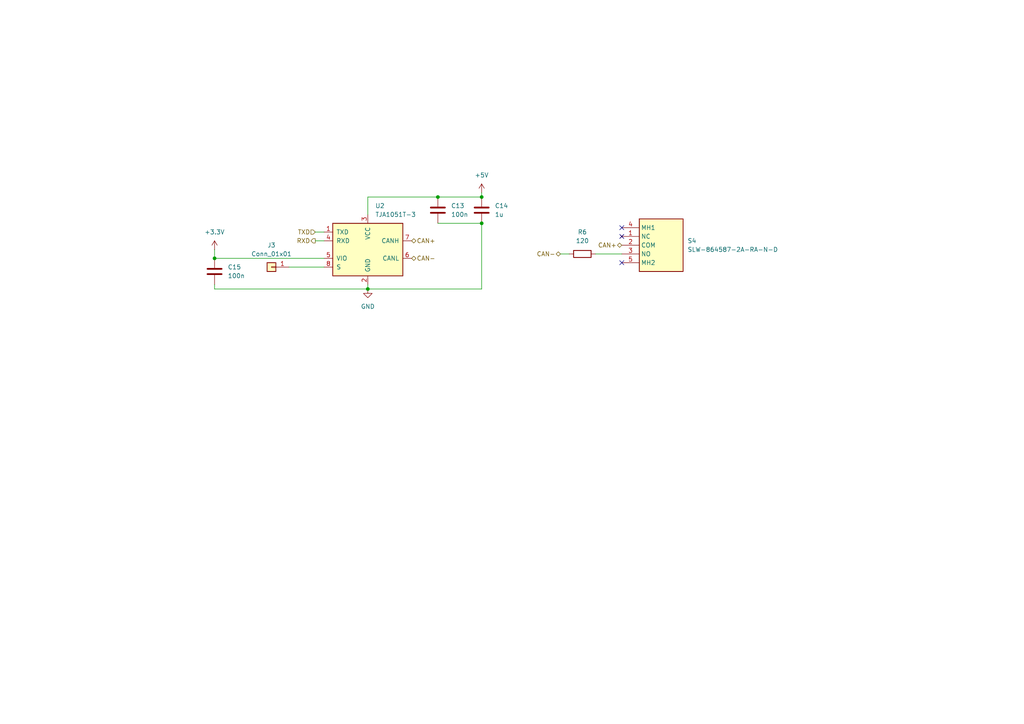
<source format=kicad_sch>
(kicad_sch (version 20250114) (generator "eeschema") (generator_version "9.0")
  (paper "A4")
  (lib_symbols
    (symbol "Connector_Generic:Conn_01x01" (pin_names (offset 1.016) (hide yes))
      (property "Reference" "J" (at 0 2.54 0))
      (property "Value" "Conn_01x01" (at 0 -2.54 0))
      (symbol "Conn_01x01_1_1"
        (rectangle (start -1.27 1.27) (end 1.27 -1.27) (stroke (width 0.254)) (fill (type background)))
        (rectangle (start -1.27 0.127) (end 0 -0.127) (stroke (width 0.1524)))
        (pin passive line (at -5.08 0 0) (length 3.81) (name "Pin_1") (number "1"))
      )
    )
    (symbol "Device:C" (pin_numbers (hide yes)) (pin_names (offset 0.254))
      (property "Reference" "C" (at 0.635 2.54 0))
      (property "Value" "C" (at 0.635 -2.54 0))
      (symbol "C_0_1"
        (polyline (pts (xy -2.032 0.762) (xy 2.032 0.762)) (stroke (width 0.508)))
        (polyline (pts (xy -2.032 -0.762) (xy 2.032 -0.762)) (stroke (width 0.508)))
      )
      (symbol "C_1_1"
        (pin passive line (at 0 3.81 270) (length 2.794) (name "~") (number "1"))
        (pin passive line (at 0 -3.81 90) (length 2.794) (name "~") (number "2"))
      )
    )
    (symbol "Device:R" (pin_numbers (hide yes)) (pin_names (offset 0))
      (property "Reference" "R" (at 2.032 0 90))
      (property "Value" "R" (at 0 0 90))
      (symbol "R_0_1"
        (rectangle (start -1.016 -2.54) (end 1.016 2.54) (stroke (width 0.254)))
      )
      (symbol "R_1_1"
        (pin passive line (at 0 3.81 270) (length 1.27) (name "~") (number "1"))
        (pin passive line (at 0 -3.81 90) (length 1.27) (name "~") (number "2"))
      )
    )
    (symbol "Interface_CAN_LIN:TJA1051T-3" (pin_names (offset 1.016))
      (property "Reference" "U" (at -10.16 8.89 0))
      (property "Value" "TJA1051T-3" (at 1.27 8.89 0))
      (symbol "TJA1051T-3_0_1"
        (rectangle (start -10.16 7.62) (end 10.16 -7.62) (stroke (width 0.254)) (fill (type background)))
      )
      (symbol "TJA1051T-3_1_1"
        (pin input line (at -12.7 5.08 0) (length 2.54) (name "TXD") (number "1"))
        (pin output line (at -12.7 2.54 0) (length 2.54) (name "RXD") (number "4"))
        (pin power_in line (at -12.7 -2.54 0) (length 2.54) (name "VIO") (number "5"))
        (pin input line (at -12.7 -5.08 0) (length 2.54) (name "S") (number "8"))
        (pin power_in line (at 0 10.16 270) (length 2.54) (name "VCC") (number "3"))
        (pin power_in line (at 0 -10.16 90) (length 2.54) (name "GND") (number "2"))
        (pin bidirectional line (at 12.7 2.54 180) (length 2.54) (name "CANH") (number "7"))
        (pin bidirectional line (at 12.7 -2.54 180) (length 2.54) (name "CANL") (number "6"))
      )
    )
    (symbol "SamacSys_Parts:SLW-864587-2A-RA-N-D"
      (property "Reference" "S" (at 19.05 7.62 0))
      (property "Value" "SLW-864587-2A-RA-N-D" (at 19.05 5.08 0))
      (symbol "SLW-864587-2A-RA-N-D_1_1"
        (rectangle (start 5.08 2.54) (end 17.78 -12.7) (stroke (width 0.254)) (fill (type background)))
        (pin passive line (at 0 0 0) (length 5.08) (name "MH1") (number "4"))
        (pin no_connect line (at 0 -2.54 0) (length 5.08) (name "NC") (number "1"))
        (pin passive line (at 0 -5.08 0) (length 5.08) (name "COM") (number "2"))
        (pin passive line (at 0 -7.62 0) (length 5.08) (name "NO") (number "3"))
        (pin passive line (at 0 -10.16 0) (length 5.08) (name "MH2") (number "5"))
      )
    )
    (symbol "power:+3.3V" (power) (pin_numbers (hide yes)) (pin_names (offset 0) (hide yes))
      (property "Value" "+3.3V" (at 0 3.556 0))
      (symbol "+3.3V_0_1"
        (polyline (pts (xy -0.762 1.27) (xy 0 2.54)))
        (polyline (pts (xy 0 2.54) (xy 0.762 1.27)))
        (polyline (pts (xy 0 0) (xy 0 2.54)))
      )
      (symbol "+3.3V_1_1"
        (pin power_in line (at 0 0 90) (length 0) (name "~") (number "1"))
      )
    )
    (symbol "power:GND" (power) (pin_numbers (hide yes)) (pin_names (offset 0) (hide yes))
      (property "Value" "GND" (at 0 -3.81 0))
      (symbol "GND_0_1"
        (polyline (pts (xy 0 0) (xy 0 -1.27) (xy 1.27 -1.27) (xy 0 -2.54) (xy -1.27 -1.27) (xy 0 -1.27)))
      )
      (symbol "GND_1_1"
        (pin power_in line (at 0 0 270) (length 0) (name "~") (number "1"))
      )
    )
  )
  (junction (at 62.23 74.93))
  (junction (at 127 57.15))
  (junction (at 106.68 83.82))
  (junction (at 139.7 57.15))
  (junction (at 139.7 64.77))
  (no_connect (at 180.34 76.2))
  (no_connect (at 180.34 66.04))
  (no_connect (at 180.34 68.58))
  (wire (pts (xy 139.7 55.88) (xy 139.7 57.15)))
  (wire (pts (xy 165.1 73.66) (xy 162.56 73.66)))
  (wire (pts (xy 127 57.15) (xy 106.68 57.15)))
  (wire (pts (xy 106.68 57.15) (xy 106.68 62.23)))
  (wire (pts (xy 127 57.15) (xy 139.7 57.15)))
  (wire (pts (xy 62.23 74.93) (xy 93.98 74.93)))
  (wire (pts (xy 62.23 83.82) (xy 106.68 83.82)))
  (wire (pts (xy 62.23 74.93) (xy 62.23 72.39)))
  (wire (pts (xy 91.44 69.85) (xy 93.98 69.85)))
  (wire (pts (xy 62.23 82.55) (xy 62.23 83.82)))
  (wire (pts (xy 83.82 77.47) (xy 93.98 77.47)))
  (wire (pts (xy 91.44 67.31) (xy 93.98 67.31)))
  (wire (pts (xy 139.7 64.77) (xy 139.7 83.82)))
  (wire (pts (xy 106.68 83.82) (xy 106.68 82.55)))
  (wire (pts (xy 127 64.77) (xy 139.7 64.77)))
  (wire (pts (xy 172.72 73.66) (xy 180.34 73.66)))
  (wire (pts (xy 139.7 83.82) (xy 106.68 83.82)))
  (hierarchical_label "CAN-" (shape bidirectional) (at 119.38 74.93 0))
  (hierarchical_label "CAN-" (shape bidirectional) (at 162.56 73.66 180))
  (hierarchical_label "RXD" (shape output) (at 91.44 69.85 180))
  (hierarchical_label "CAN+" (shape bidirectional) (at 180.34 71.12 180))
  (hierarchical_label "TXD" (shape input) (at 91.44 67.31 180))
  (hierarchical_label "CAN+" (shape bidirectional) (at 119.38 69.85 0))
  (symbol (lib_id "power:+3.3V") (at 62.23 72.39 0) (unit 1)
    (property "Reference" "#PWR019" (effects (hide yes)))
    (property "Value" "+3.3V" (at 62.23 67.31 0))
    (property "Description" "Power symbol creates a global label with name \"+3.3V\"" (effects (hide yes)))
    (instances (project "LV3-Core" (path "" (reference "#PWR019") (unit 1)) (path "" (reference "#PWR028") (unit 1))))
  )
  (symbol (lib_id "power:+3.3V") (at 139.7 55.88 0) (unit 1)
    (property "Reference" "#PWR018" (effects (hide yes)))
    (property "Value" "+5V" (at 139.7 50.8 0))
    (property "Description" "Power symbol creates a global label with name \"+3.3V\"" (effects (hide yes)))
    (instances (project "LV3-Core" (path "" (reference "#PWR018") (unit 1)) (path "" (reference "#PWR027") (unit 1))))
  )
  (symbol (lib_id "Device:C") (at 127 60.96 0) (unit 1)
    (property "Reference" "C13" (at 130.81 59.6899 0) (effects (justify left)))
    (property "Value" "100n" (at 130.81 62.2299 0) (effects (justify left)))
    (property "Footprint" "Capacitor_SMD:C_0603_1608Metric_Pad1.08x0.95mm_HandSolder" (effects (hide yes)))
    (property "Description" "Unpolarized capacitor" (effects (hide yes)))
    (instances (project "LV3-Core" (path "" (reference "C13") (unit 1)) (path "" (reference "C16") (unit 1))))
  )
  (symbol (lib_id "Interface_CAN_LIN:TJA1051T-3") (at 106.68 72.39 0) (unit 1)
    (property "Reference" "U2" (at 108.8233 59.69 0) (effects (justify left)))
    (property "Value" "TJA1051T-3" (at 108.8233 62.23 0) (effects (justify left)))
    (property "Footprint" "Package_SO:SOIC-8_3.9x4.9mm_P1.27mm" (effects (hide yes)))
    (property "Datasheet" "http://www.nxp.com/docs/en/data-sheet/TJA1051.pdf" (effects (hide yes)))
    (property "Description" "High-Speed CAN Transceiver, separate VIO, silent mode, SOIC-8" (effects (hide yes)))
    (instances (project "LV3-Core" (path "" (reference "U2") (unit 1)) (path "" (reference "U3") (unit 1))))
  )
  (symbol (lib_id "Device:C") (at 139.7 60.96 0) (unit 1)
    (property "Reference" "C14" (at 143.51 59.6899 0) (effects (justify left)))
    (property "Value" "1u" (at 143.51 62.2299 0) (effects (justify left)))
    (property "Footprint" "Capacitor_SMD:C_0603_1608Metric_Pad1.08x0.95mm_HandSolder" (effects (hide yes)))
    (property "Description" "Unpolarized capacitor" (effects (hide yes)))
    (instances (project "LV3-Core" (path "" (reference "C14") (unit 1)) (path "" (reference "C17") (unit 1))))
  )
  (symbol (lib_id "Connector_Generic:Conn_01x01") (at 78.74 77.47 180) (unit 1)
    (property "Reference" "J3" (at 78.74 71.12 0))
    (property "Value" "Conn_01x01" (at 78.74 73.66 0))
    (property "Footprint" "Connector_PinHeader_2.54mm:PinHeader_1x01_P2.54mm_Vertical" (effects (hide yes)))
    (property "Description" "Generic connector, single row, 01x01, script generated (kicad-library-utils/schlib/autogen/connector/)" (effects (hide yes)))
    (instances (project "LV3-Core" (path "" (reference "J3") (unit 1)) (path "" (reference "J7") (unit 1))))
  )
  (symbol (lib_id "power:GND") (at 106.68 83.82 0) (unit 1)
    (property "Reference" "#PWR020" (effects (hide yes)))
    (property "Value" "GND" (at 106.68 88.9 0))
    (property "Description" "Power symbol creates a global label with name \"GND\" , ground" (effects (hide yes)))
    (instances (project "LV3-Core" (path "" (reference "#PWR020") (unit 1)) (path "" (reference "#PWR029") (unit 1))))
  )
  (symbol (lib_id "Device:R") (at 168.91 73.66 90) (unit 1)
    (property "Reference" "R6" (at 168.91 67.31 90))
    (property "Value" "120" (at 168.91 69.85 90))
    (property "Footprint" "Resistor_SMD:R_0603_1608Metric_Pad0.98x0.95mm_HandSolder" (effects (hide yes)))
    (property "Description" "Resistor" (effects (hide yes)))
    (instances (project "LV3-Core" (path "" (reference "R6") (unit 1)) (path "" (reference "R7") (unit 1))))
  )
  (symbol (lib_id "Device:C") (at 62.23 78.74 0) (unit 1)
    (property "Reference" "C15" (at 66.04 77.4699 0) (effects (justify left)))
    (property "Value" "100n" (at 66.04 80.0099 0) (effects (justify left)))
    (property "Footprint" "Capacitor_SMD:C_0603_1608Metric_Pad1.08x0.95mm_HandSolder" (effects (hide yes)))
    (property "Description" "Unpolarized capacitor" (effects (hide yes)))
    (instances (project "LV3-Core" (path "" (reference "C15") (unit 1)) (path "" (reference "C18") (unit 1))))
  )
  (symbol (lib_id "SamacSys_Parts:SLW-864587-2A-RA-N-D") (at 180.34 66.04 0) (unit 1)
    (property "Reference" "S4" (at 199.39 69.8499 0) (effects (justify left)))
    (property "Value" "SLW-864587-2A-RA-N-D" (at 199.39 72.3899 0) (effects (justify left)))
    (property "Footprint" "SamacSys_Parts:SLW8645872ARAND" (effects (hide yes)))
    (property "Datasheet" "https://www.sameskydevices.com/product/resource/slw-864587-2a-ra-n-d.pdf" (effects (hide yes)))
    (property "Description" "8.6 x 4.5 x 8.7 mm, 2 mm Raised Slide Actuator, Right Angle, Through Hole, Slide Switch" (effects (hide yes)))
    (property "Height" "6.3" (effects (hide yes)))
    (property "Mouser Part Number" "179-SLW8645872ARAND" (effects (hide yes)))
    (property "Mouser Price/Stock" "https://www.mouser.co.uk/ProductDetail/Same-Sky/SLW-864587-2A-RA-N-D?qs=IKkN%2F947nfDwxE1B2lS5tw%3D%3D" (effects (hide yes)))
    (property "Manufacturer_Name" "Same Sky" (effects (hide yes)))
    (property "Manufacturer_Part_Number" "SLW-864587-2A-RA-N-D" (effects (hide yes)))
    (instances (project "LV3-Core" (path "" (reference "S4") (unit 1)) (path "" (reference "S5") (unit 1))))
  )
)
</source>
